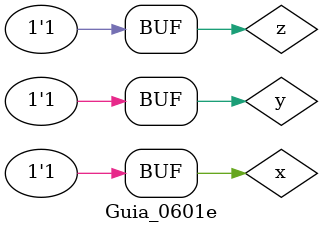
<source format=v>
/*
 Guia_0601e.v - v0.0. - 28 / 08 / 2022
 Autor    : Gabriel Vargas Bento de Souza
 Matricula: 778023
 */

/* 
 Soma dos produtos
               ___
f(x, y, z) =  \   m (0, 2, 6, 7)  = SoP(0,2,6,7)
              /___
*/

/**
 SoP(0,2,6,7) = x'.y'.z' + x'.y.z' + x.y.z' + x.y.z
 */
module SoP (output s,
            input  x, y, z);
   assign s = (~x & ~y & ~z)  // 0
            | (~x &  y & ~z)  // 2
            | ( x &  y & ~z)  // 6
            | ( x &  y &  z); // 7
endmodule // SoP

/**
 SoP(0,2,6,7)_Simplificado = x'.z' + x.y
 */
module SoP_simple (output s,
                   input  x, y, z);
   assign s = (~x & ~z)
            | ( x &  y);
endmodule // SoP_simple

/**
  Guia_0601e.v
 */
module Guia_0601e;
   reg  x, y, z;
   wire s1, s2;
   
   // instancias
   SoP        SOP1 (s1, x, y, z);
   SoP_simple SOP2 (s2, x, y, z);
   
   // valores iniciais
   initial begin: start
      x=1'bx; y=1'bx; z=1'bx;
   end

   // parte principal
   initial begin: main
       $display("Gabriel Vargas Bento de Souza - 778023");
       $display("Guia_06");
       $display("\n01.e) SoP (1, 2, 3, 7)\n");

       // monitoramento
       $display(" x  y  z  s1  s2");
       $monitor("%2b %2b %2b %2b %3b", x,  y,  z,  s1, s2);

       // sinalizacao
          x=0; y=0; z=0;
       #1           z=1;
       #1      y=1; z=0;
       #1           z=1;
       #1 x=1; y=0; z=0;
       #1           z=1;
       #1      y=1; z=0;
       #1           z=1;
   end
endmodule // Guia_0601e

/*
C:\Users\Gabriel\Desktop\CC-PUC\2Periodo\ARQ1\Tarefas\Guia06>vvp Guia_0601e.vvp
Gabriel Vargas Bento de Souza - 778023
Guia_06

01.e) SoP (1, 2, 3, 7)

 x  y  z  s1  s2
 0  0  0  1   1
 0  0  1  0   0
 0  1  0  1   1
 0  1  1  0   0
 1  0  0  0   0
 1  0  1  0   0
 1  1  0  1   1
 1  1  1  1   1
*/
</source>
